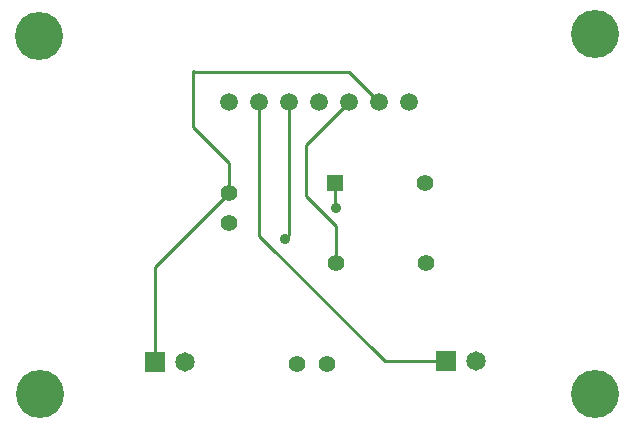
<source format=gtl>
G04 (created by PCBNEW (2013-07-07 BZR 4022)-stable) date 4/23/2015 8:07:26 PM*
%MOIN*%
G04 Gerber Fmt 3.4, Leading zero omitted, Abs format*
%FSLAX34Y34*%
G01*
G70*
G90*
G04 APERTURE LIST*
%ADD10C,0.00590551*%
%ADD11C,0.055*%
%ADD12C,0.0590551*%
%ADD13R,0.055X0.055*%
%ADD14R,0.065X0.065*%
%ADD15C,0.065*%
%ADD16C,0.16*%
%ADD17C,0.035*%
%ADD18C,0.01*%
G04 APERTURE END LIST*
G54D10*
G54D11*
X92480Y-67820D03*
X95480Y-67820D03*
G54D12*
X88920Y-62460D03*
X89920Y-62460D03*
X90920Y-62460D03*
X91920Y-62460D03*
X92920Y-62460D03*
X93920Y-62460D03*
X94920Y-62460D03*
G54D13*
X92440Y-65160D03*
G54D11*
X95440Y-65160D03*
G54D14*
X86440Y-71120D03*
G54D15*
X87440Y-71120D03*
G54D14*
X96140Y-71100D03*
G54D15*
X97140Y-71100D03*
G54D11*
X88900Y-66500D03*
X88900Y-65500D03*
X91180Y-71200D03*
X92180Y-71200D03*
G54D16*
X82580Y-60240D03*
X101120Y-60180D03*
X101120Y-72180D03*
X82600Y-72180D03*
G54D17*
X92480Y-66000D03*
X90760Y-67020D03*
G54D18*
X88900Y-65500D02*
X88900Y-64500D01*
X92920Y-61460D02*
X93920Y-62460D01*
X87740Y-61460D02*
X92920Y-61460D01*
X87700Y-61420D02*
X87740Y-61460D01*
X87700Y-63300D02*
X87700Y-61420D01*
X88900Y-64500D02*
X87700Y-63300D01*
X86440Y-71120D02*
X86440Y-67960D01*
X86440Y-67960D02*
X88900Y-65500D01*
X92440Y-65960D02*
X92440Y-65160D01*
X92480Y-66000D02*
X92440Y-65960D01*
X92480Y-67820D02*
X92480Y-66580D01*
X91480Y-63900D02*
X92920Y-62460D01*
X91480Y-65580D02*
X91480Y-63900D01*
X92480Y-66580D02*
X91480Y-65580D01*
X90920Y-66860D02*
X90920Y-62460D01*
X90760Y-67020D02*
X90920Y-66860D01*
X96140Y-71100D02*
X94100Y-71100D01*
X89920Y-66920D02*
X89920Y-62460D01*
X94100Y-71100D02*
X89920Y-66920D01*
M02*

</source>
